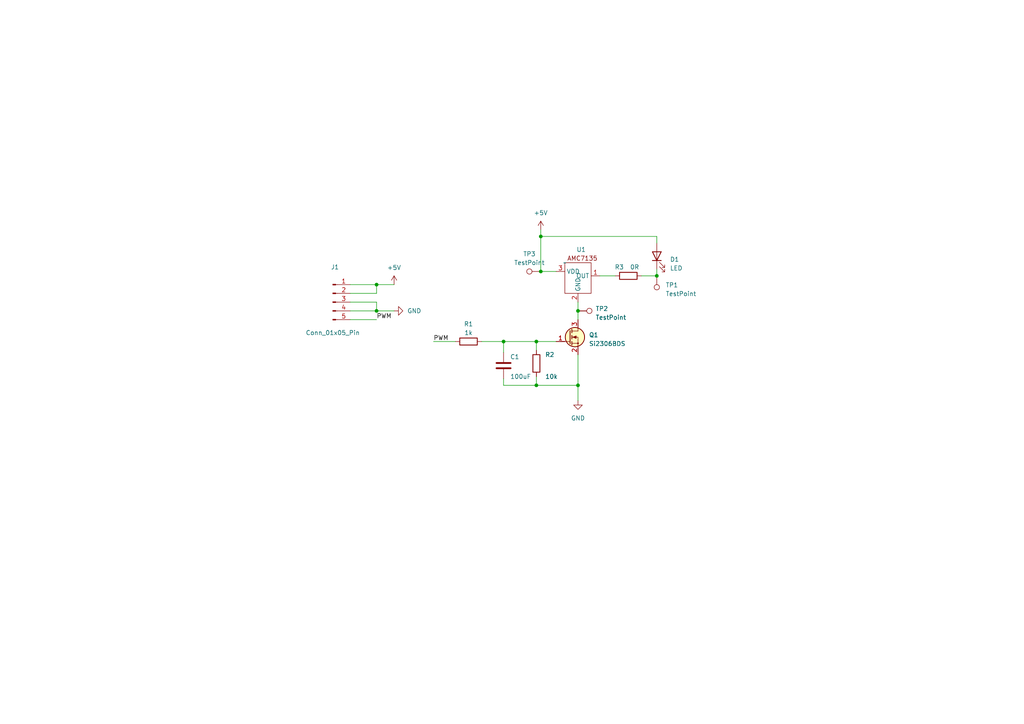
<source format=kicad_sch>
(kicad_sch (version 20230121) (generator eeschema)
  (paper "A4")
  (title_block (title "XeniaClock Roof") (date "2023-02-19") (rev "rev.0.1") (company "embeddedboys"))
  (lib_symbols
    (symbol "Connector:Conn_01x05_Pin" (pin_names (offset 1.016) hide)
      (property "Reference" "J" (at 0 7.62 0))
      (property "Value" "Conn_01x05_Pin" (at 0 -7.62 0))
      (symbol "Conn_01x05_Pin_1_1"
        (polyline (pts (xy 1.27 -5.08) (xy 0.8636 -5.08)) (stroke (width 0.1524)))
        (polyline (pts (xy 1.27 -2.54) (xy 0.8636 -2.54)) (stroke (width 0.1524)))
        (polyline (pts (xy 1.27 0) (xy 0.8636 0)) (stroke (width 0.1524)))
        (polyline (pts (xy 1.27 2.54) (xy 0.8636 2.54)) (stroke (width 0.1524)))
        (polyline (pts (xy 1.27 5.08) (xy 0.8636 5.08)) (stroke (width 0.1524)))
        (rectangle (start 0.8636 -4.953) (end 0 -5.207) (stroke (width 0.1524)) (fill (type outline)))
        (rectangle (start 0.8636 -2.413) (end 0 -2.667) (stroke (width 0.1524)) (fill (type outline)))
        (rectangle (start 0.8636 0.127) (end 0 -0.127) (stroke (width 0.1524)) (fill (type outline)))
        (rectangle (start 0.8636 2.667) (end 0 2.413) (stroke (width 0.1524)) (fill (type outline)))
        (rectangle (start 0.8636 5.207) (end 0 4.953) (stroke (width 0.1524)) (fill (type outline)))
        (pin passive line (at 5.08 5.08 180) (length 3.81) (name "Pin_1") (number "1"))
        (pin passive line (at 5.08 2.54 180) (length 3.81) (name "Pin_2") (number "2"))
        (pin passive line (at 5.08 0 180) (length 3.81) (name "Pin_3") (number "3"))
        (pin passive line (at 5.08 -2.54 180) (length 3.81) (name "Pin_4") (number "4"))
        (pin passive line (at 5.08 -5.08 180) (length 3.81) (name "Pin_5") (number "5"))
      )
    )
    (symbol "Connector:TestPoint" (pin_numbers hide) (pin_names (offset 0.762) hide)
      (property "Reference" "TP" (at 0 6.858 0))
      (property "Value" "TestPoint" (at 0 5.08 0))
      (symbol "TestPoint_0_1"
        (circle (center 0 3.302) (radius 0.762))
      )
      (symbol "TestPoint_1_1"
        (pin passive line (at 0 0 90) (length 2.54) (name "1") (number "1"))
      )
    )
    (symbol "Device:LED" (pin_numbers hide) (pin_names (offset 1.016) hide)
      (property "Reference" "D" (at 0 2.54 0))
      (property "Value" "LED" (at 0 -2.54 0))
      (symbol "LED_0_1"
        (polyline (pts (xy -1.27 -1.27) (xy -1.27 1.27)) (stroke (width 0.254)))
        (polyline (pts (xy -1.27 0) (xy 1.27 0)))
        (polyline (pts (xy 1.27 -1.27) (xy 1.27 1.27) (xy -1.27 0) (xy 1.27 -1.27)) (stroke (width 0.254)))
        (polyline (pts (xy -3.048 -0.762) (xy -4.572 -2.286) (xy -3.81 -2.286) (xy -4.572 -2.286) (xy -4.572 -1.524)))
        (polyline (pts (xy -1.778 -0.762) (xy -3.302 -2.286) (xy -2.54 -2.286) (xy -3.302 -2.286) (xy -3.302 -1.524)))
      )
      (symbol "LED_1_1"
        (pin passive line (at -3.81 0 0) (length 2.54) (name "K") (number "1"))
        (pin passive line (at 3.81 0 180) (length 2.54) (name "A") (number "2"))
      )
    )
    (symbol "PCM_Capacitor_AKL:C_0603" (pin_numbers hide) (pin_names (offset 0.254))
      (property "Reference" "C" (at 0.635 2.54 0))
      (property "Value" "C_0603" (at 0.635 -2.54 0))
      (symbol "C_0603_0_1"
        (polyline (pts (xy -2.032 -0.762) (xy 2.032 -0.762)) (stroke (width 0.508)))
        (polyline (pts (xy -2.032 0.762) (xy 2.032 0.762)) (stroke (width 0.508)))
      )
      (symbol "C_0603_1_1"
        (pin passive line (at 0 3.81 270) (length 2.794) (name "~") (number "1"))
        (pin passive line (at 0 -3.81 90) (length 2.794) (name "~") (number "2"))
      )
    )
    (symbol "PCM_Resistor_AKL:R_0603" (pin_numbers hide) (pin_names (offset 0))
      (property "Reference" "R" (at 2.54 1.27 0))
      (property "Value" "R_0603" (at 2.54 -1.27 0))
      (symbol "R_0603_0_1"
        (rectangle (start -1.016 -2.54) (end 1.016 2.54) (stroke (width 0.254)))
      )
      (symbol "R_0603_1_1"
        (pin passive line (at 0 3.81 270) (length 1.27) (name "~") (number "1"))
        (pin passive line (at 0 -3.81 90) (length 1.27) (name "~") (number "2"))
      )
    )
    (symbol "PCM_Transistor_MOSFET_AKL:Si2306BDS" (pin_names hide)
      (property "Reference" "Q" (at 5.08 1.27 0))
      (property "Value" "Si2306BDS" (at 5.08 -1.27 0))
      (symbol "Si2306BDS_0_1"
        (polyline (pts (xy 0.254 -1.27) (xy -2.54 -1.27)))
        (polyline (pts (xy 0.254 1.905) (xy 0.254 -1.905)) (stroke (width 0.254)))
        (polyline (pts (xy 0.762 -1.778) (xy 2.54 -1.778)))
        (polyline (pts (xy 0.762 -1.27) (xy 0.762 -2.286)) (stroke (width 0.254)))
        (polyline (pts (xy 0.762 0.508) (xy 0.762 -0.508)) (stroke (width 0.254)))
        (polyline (pts (xy 0.762 2.286) (xy 0.762 1.27)) (stroke (width 0.254)))
        (polyline (pts (xy 2.54 1.778) (xy 0.762 1.778)))
        (polyline (pts (xy 2.54 2.54) (xy 2.54 1.778)))
        (polyline (pts (xy 2.54 -2.54) (xy 2.54 0) (xy 0.762 0)))
        (polyline (pts (xy 1.016 0) (xy 2.032 0.381) (xy 2.032 -0.381) (xy 1.016 0)) (fill (type outline)))
        (circle (center 1.651 0) (radius 2.794) (stroke (width 0.254)) (fill (type background)))
        (circle (center 2.54 -1.778) (radius 0.1778) (fill (type outline)))
      )
      (symbol "Si2306BDS_1_1"
        (pin input line (at -3.81 -1.27 0) (length 2.54) (name "G") (number "1"))
        (pin passive line (at 2.54 -5.08 90) (length 2.54) (name "S") (number "2"))
        (pin passive line (at 2.54 5.08 270) (length 2.54) (name "D") (number "3"))
      )
    )
    (symbol "power:+5V" (power) (pin_names (offset 0))
      (property "Value" "+5V" (at 0 3.556 0))
      (symbol "+5V_0_1"
        (polyline (pts (xy -0.762 1.27) (xy 0 2.54)))
        (polyline (pts (xy 0 0) (xy 0 2.54)))
        (polyline (pts (xy 0 2.54) (xy 0.762 1.27)))
      )
      (symbol "+5V_1_1"
        (pin power_in line (at 0 0 90) (length 0) hide (name "+5V") (number "1"))
      )
    )
    (symbol "power:GND" (power) (pin_names (offset 0))
      (property "Value" "GND" (at 0 -3.81 0))
      (symbol "GND_0_1"
        (polyline (pts (xy 0 0) (xy 0 -1.27) (xy 1.27 -1.27) (xy 0 -2.54) (xy -1.27 -1.27) (xy 0 -1.27)))
      )
      (symbol "GND_1_1"
        (pin power_in line (at 0 0 270) (length 0) hide (name "GND") (number "1"))
      )
    )
    (symbol "xeniaclock:AMC7135"
      (property "Reference" "U" (at -1.27 1.27 0))
      (symbol "AMC7135_0_1"
        (rectangle (start 0 0) (end 7.62 -8.89))
        (text "AMC7135" (at 5.08 1.27 0) (effects (font (size 1.27 1.27))))
      )
      (symbol "AMC7135_1_1"
        (pin output line (at 10.16 -3.81 180) (length 2.54) (name "OUT") (number "1"))
        (pin power_in line (at 3.81 -11.43 90) (length 2.54) (name "GND") (number "2"))
        (pin power_in line (at -2.54 -2.54 0) (length 2.54) (name "VDD") (number "3"))
      )
    )
  )
  (junction (at 190.5 80.01))
  (junction (at 146.05 99.06))
  (junction (at 167.64 90.17))
  (junction (at 156.845 68.58))
  (junction (at 109.22 82.55))
  (junction (at 109.22 90.17))
  (junction (at 155.575 99.06))
  (junction (at 167.64 111.76))
  (junction (at 155.575 111.76))
  (junction (at 156.845 78.74))
  (wire (pts (xy 109.22 87.63) (xy 109.22 90.17)))
  (wire (pts (xy 155.575 111.76) (xy 167.64 111.76)))
  (wire (pts (xy 155.575 99.06) (xy 161.29 99.06)))
  (wire (pts (xy 155.575 99.06) (xy 155.575 101.6)))
  (wire (pts (xy 109.22 85.09) (xy 109.22 82.55)))
  (wire (pts (xy 109.22 90.17) (xy 114.3 90.17)))
  (wire (pts (xy 156.845 68.58) (xy 190.5 68.58)))
  (wire (pts (xy 146.05 99.06) (xy 155.575 99.06)))
  (wire (pts (xy 146.05 111.76) (xy 155.575 111.76)))
  (wire (pts (xy 146.05 99.06) (xy 146.05 102.235)))
  (wire (pts (xy 109.22 92.71) (xy 101.6 92.71)))
  (wire (pts (xy 186.055 80.01) (xy 190.5 80.01)))
  (wire (pts (xy 167.64 90.17) (xy 167.64 92.71)))
  (wire (pts (xy 167.64 102.87) (xy 167.64 111.76)))
  (wire (pts (xy 155.575 109.22) (xy 155.575 111.76)))
  (wire (pts (xy 109.22 82.55) (xy 114.3 82.55)))
  (wire (pts (xy 156.845 78.74) (xy 156.845 68.58)))
  (wire (pts (xy 139.7 99.06) (xy 146.05 99.06)))
  (wire (pts (xy 125.73 99.06) (xy 132.08 99.06)))
  (wire (pts (xy 101.6 87.63) (xy 109.22 87.63)))
  (wire (pts (xy 190.5 70.485) (xy 190.5 68.58)))
  (wire (pts (xy 173.99 80.01) (xy 178.435 80.01)))
  (wire (pts (xy 101.6 85.09) (xy 109.22 85.09)))
  (wire (pts (xy 167.64 111.76) (xy 167.64 116.205)))
  (wire (pts (xy 161.29 78.74) (xy 156.845 78.74)))
  (wire (pts (xy 167.64 87.63) (xy 167.64 90.17)))
  (wire (pts (xy 190.5 80.01) (xy 190.5 78.105)))
  (wire (pts (xy 101.6 90.17) (xy 109.22 90.17)))
  (wire (pts (xy 101.6 82.55) (xy 109.22 82.55)))
  (wire (pts (xy 146.05 109.855) (xy 146.05 111.76)))
  (wire (pts (xy 156.845 68.58) (xy 156.845 66.675)))
  (label "PWM" (at 125.73 99.06 0))
  (label "PWM" (at 109.22 92.71 0))
  (symbol (lib_id "power:GND") (at 114.3 90.17 90) (unit 1)
    (property "Reference" "#PWR02" (effects hide))
    (property "Value" "GND" (at 118.11 90.17 90) (effects (justify right)))
  )
  (symbol (lib_id "power:GND") (at 167.64 116.205 0) (unit 1)
    (property "Reference" "#PWR04" (effects hide))
    (property "Value" "GND" (at 167.64 121.285 0))
  )
  (symbol (lib_id "Connector:TestPoint") (at 190.5 80.01 180) (unit 1)
    (property "Reference" "TP1" (at 193.04 82.677 0) (effects (justify right)))
    (property "Value" "TestPoint" (at 193.04 85.217 0) (effects (justify right)))
  )
  (symbol (lib_id "PCM_Resistor_AKL:R_0603") (at 135.89 99.06 90) (unit 1)
    (property "Reference" "R1" (at 135.89 93.98 90))
    (property "Value" "1k" (at 135.89 96.52 90))
    (property "Footprint" "Resistor_SMD_AKL:R_0603_1608Metric" (effects hide))
  )
  (symbol (lib_id "xeniaclock:AMC7135") (at 163.83 76.2 0) (unit 1)
    (property "Reference" "U1" (at 168.5677 72.39 0))
    (property "Value" "~" (at 163.83 76.2 0))
    (property "Footprint" "PCM_Package_TO_SOT_SMD_AKL:SOT-89-3" (effects hide))
  )
  (symbol (lib_id "power:+5V") (at 156.845 66.675 0) (unit 1)
    (property "Reference" "#PWR03" (effects hide))
    (property "Value" "+5V" (at 156.845 61.7474 0))
  )
  (symbol (lib_id "power:+5V") (at 114.3 82.55 0) (unit 1)
    (property "Reference" "#PWR01" (effects hide))
    (property "Value" "+5V" (at 114.3 77.6224 0))
  )
  (symbol (lib_id "Connector:TestPoint") (at 156.845 78.74 90) (unit 1)
    (property "Reference" "TP3" (at 153.543 73.66 90))
    (property "Value" "TestPoint" (at 153.543 76.2 90))
  )
  (symbol (lib_id "PCM_Capacitor_AKL:C_0603") (at 146.05 106.045 0) (unit 1)
    (property "Reference" "C1" (at 147.955 103.505 0) (effects (justify left)))
    (property "Value" "100uF" (at 147.955 109.22 0) (effects (justify left)))
    (property "Footprint" "Capacitor_SMD_AKL:C_0603_1608Metric" (effects hide))
  )
  (symbol (lib_id "PCM_Transistor_MOSFET_AKL:Si2306BDS") (at 165.1 97.79 0) (unit 1)
    (property "Reference" "Q1" (at 170.815 97.155 0) (effects (justify left)))
    (property "Value" "Si2306BDS" (at 170.815 99.695 0) (effects (justify left)))
    (property "Footprint" "Package_TO_SOT_SMD_AKL:SOT-23" (effects hide))
    (property "Datasheet" "https://www.tme.eu/Document/87a7e17673e0bbe9a5516b25f4f758d0/SI2306BDS.pdf" (effects hide))
  )
  (symbol (lib_id "Connector:Conn_01x05_Pin") (at 96.52 87.63 0) (unit 1)
    (property "Reference" "J1" (at 97.155 77.47 0))
    (property "Value" "Conn_01x05_Pin" (at 96.52 96.52 0))
    (property "Footprint" "Connector_PinHeader_2.54mm:PinHeader_1x05_P2.54mm_Vertical" (effects hide))
  )
  (symbol (lib_id "PCM_Resistor_AKL:R_0603") (at 182.245 80.01 90) (unit 1)
    (property "Reference" "R3" (at 180.975 77.47 90) (effects (justify left)))
    (property "Value" "0R" (at 185.42 77.47 90) (effects (justify left)))
    (property "Footprint" "Resistor_SMD_AKL:R_0603_1608Metric" (effects hide))
  )
  (symbol (lib_id "Device:LED") (at 190.5 74.295 90) (unit 1)
    (property "Reference" "D1" (at 194.31 75.2475 90) (effects (justify right)))
    (property "Value" "LED" (at 194.31 77.7875 90) (effects (justify right)))
  )
  (symbol (lib_id "PCM_Resistor_AKL:R_0603") (at 155.575 105.41 0) (unit 1)
    (property "Reference" "R2" (at 158.115 102.87 0) (effects (justify left)))
    (property "Value" "10k" (at 158.115 109.22 0) (effects (justify left)))
    (property "Footprint" "Resistor_SMD_AKL:R_0603_1608Metric" (effects hide))
  )
  (symbol (lib_id "Connector:TestPoint") (at 167.64 90.17 270) (unit 1)
    (property "Reference" "TP2" (at 172.72 89.535 90) (effects (justify left)))
    (property "Value" "TestPoint" (at 172.72 92.075 90) (effects (justify left)))
  )
)
</source>
